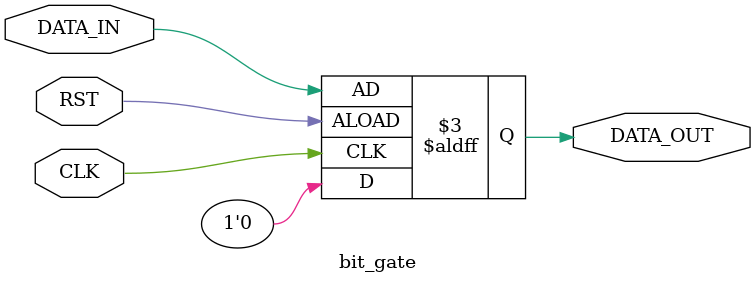
<source format=sv>

module bit_gate (
  // GLOBAL
  input CLK,
  input RST,

  // DATA
  input DATA_IN,

  output reg DATA_OUT
);

  //////////////////////////////////////////////////////////////////////////////
  // Types
  //////////////////////////////////////////////////////////////////////////////

  //////////////////////////////////////////////////////////////////////////////
  // Constants
  //////////////////////////////////////////////////////////////////////////////

  //////////////////////////////////////////////////////////////////////////////
  // Signals
  //////////////////////////////////////////////////////////////////////////////

  //////////////////////////////////////////////////////////////////////////////
  // Body
  //////////////////////////////////////////////////////////////////////////////

  // DATA_OUT = DATA_IN

  // CONTROL
  always @(posedge CLK or posedge RST) begin
    if(RST == 1'b0) begin
      // Data Outputs
      DATA_OUT <= 1'b0;
    end
    else begin
      // Data Outputs
      DATA_OUT <= DATA_IN;
    end
  end

endmodule
</source>
